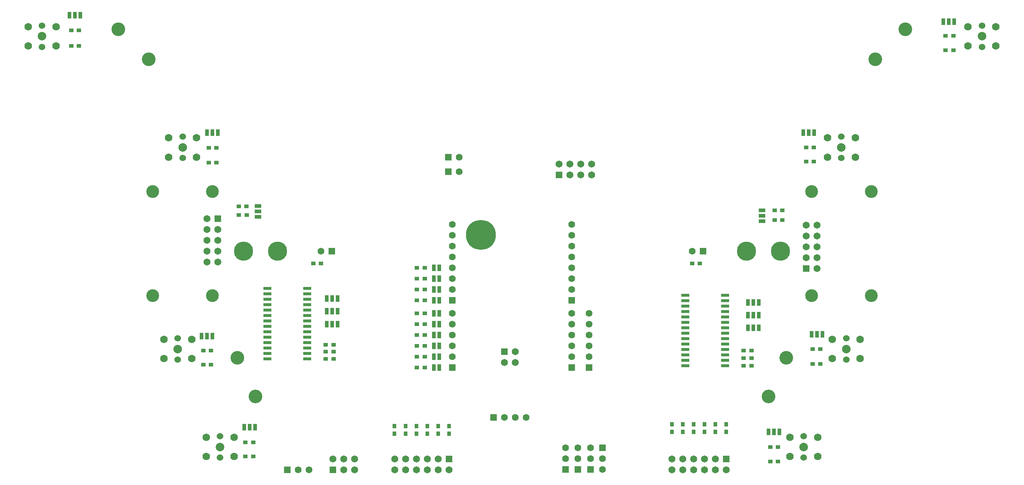
<source format=gts>
G04*
G04 #@! TF.GenerationSoftware,Altium Limited,Altium Designer,18.1.11 (251)*
G04*
G04 Layer_Color=8388736*
%FSLAX25Y25*%
%MOIN*%
G70*
G01*
G75*
%ADD15R,0.03543X0.06496*%
%ADD16R,0.06496X0.03543*%
%ADD17R,0.03937X0.03543*%
%ADD18R,0.03543X0.03937*%
%ADD19R,0.07284X0.02559*%
%ADD20C,0.27559*%
%ADD21C,0.06496*%
%ADD22R,0.06496X0.06496*%
%ADD23C,0.06299*%
%ADD24R,0.06299X0.06299*%
%ADD25R,0.06496X0.06496*%
%ADD26R,0.06299X0.06299*%
%ADD27C,0.07000*%
%ADD28C,0.06000*%
%ADD29C,0.17717*%
%ADD30C,0.11811*%
%ADD31C,0.12598*%
%ADD32C,0.07874*%
D15*
X415000Y250000D02*
D03*
X410000D02*
D03*
X704500Y228077D02*
D03*
X709500D02*
D03*
X699500D02*
D03*
X704500Y216288D02*
D03*
X709500D02*
D03*
X699500D02*
D03*
X704500Y204500D02*
D03*
X709500D02*
D03*
X699500D02*
D03*
X316500Y231640D02*
D03*
X321500D02*
D03*
X311500D02*
D03*
X316500Y219851D02*
D03*
X321500D02*
D03*
X311500D02*
D03*
X316500Y208063D02*
D03*
X321500D02*
D03*
X311500D02*
D03*
X415000Y260000D02*
D03*
X410000D02*
D03*
X415000Y240000D02*
D03*
X410000D02*
D03*
X415000Y188000D02*
D03*
X410000D02*
D03*
X415000Y218000D02*
D03*
X410000D02*
D03*
X415000Y198000D02*
D03*
X410000D02*
D03*
X415000Y208000D02*
D03*
X410000D02*
D03*
X415000Y178000D02*
D03*
X410000D02*
D03*
X415000Y168000D02*
D03*
X410000D02*
D03*
X889500Y487000D02*
D03*
X879500D02*
D03*
X884500D02*
D03*
X767912Y198500D02*
D03*
X757912D02*
D03*
X762912D02*
D03*
X211000Y384500D02*
D03*
X201000D02*
D03*
X206000D02*
D03*
Y197000D02*
D03*
X196000D02*
D03*
X201000D02*
D03*
X760500Y384500D02*
D03*
X750500D02*
D03*
X755500D02*
D03*
X728500Y108500D02*
D03*
X718500D02*
D03*
X723500D02*
D03*
X245500Y113000D02*
D03*
X235500D02*
D03*
X240500D02*
D03*
X84500Y493000D02*
D03*
X74500D02*
D03*
X79500D02*
D03*
X410000Y230000D02*
D03*
X415000D02*
D03*
D16*
X248000Y317000D02*
D03*
Y307000D02*
D03*
Y312000D02*
D03*
X712500Y313000D02*
D03*
Y303000D02*
D03*
Y308000D02*
D03*
D17*
X237500Y316500D02*
D03*
X230413D02*
D03*
X230457Y308500D02*
D03*
X237543D02*
D03*
X731043Y304000D02*
D03*
X723957D02*
D03*
Y313000D02*
D03*
X731043D02*
D03*
X394457Y240000D02*
D03*
X401543D02*
D03*
X394457Y178000D02*
D03*
X401543D02*
D03*
Y168000D02*
D03*
X394457D02*
D03*
X197545Y183500D02*
D03*
X204632D02*
D03*
X702543Y176500D02*
D03*
X695457D02*
D03*
X236457Y99000D02*
D03*
X243543D02*
D03*
X75957Y479000D02*
D03*
X83043D02*
D03*
X202545Y370500D02*
D03*
X209632D02*
D03*
X727043Y94500D02*
D03*
X719957D02*
D03*
X760043Y371000D02*
D03*
X752957D02*
D03*
X719957Y81293D02*
D03*
X727043D02*
D03*
X766043Y185000D02*
D03*
X758957D02*
D03*
X888543Y474000D02*
D03*
X881457D02*
D03*
X888543Y460707D02*
D03*
X881457D02*
D03*
X655043Y264000D02*
D03*
X647957D02*
D03*
X75957Y464707D02*
D03*
X83043D02*
D03*
X204632Y170617D02*
D03*
X197545D02*
D03*
X766043Y171117D02*
D03*
X758957D02*
D03*
X310457Y182500D02*
D03*
X317543D02*
D03*
X695457Y169500D02*
D03*
X702543D02*
D03*
X695457Y183500D02*
D03*
X702543D02*
D03*
X310457Y189000D02*
D03*
X317543D02*
D03*
X310457Y176000D02*
D03*
X317543D02*
D03*
X306043Y264000D02*
D03*
X298957D02*
D03*
X752957Y358095D02*
D03*
X760043D02*
D03*
X243543Y85793D02*
D03*
X236457D02*
D03*
X209632Y357000D02*
D03*
X202545D02*
D03*
X401543Y208000D02*
D03*
X394457D02*
D03*
X401543Y218000D02*
D03*
X394457D02*
D03*
X401543Y188000D02*
D03*
X394457D02*
D03*
X401543Y198000D02*
D03*
X394457D02*
D03*
X401543Y250000D02*
D03*
X394457D02*
D03*
X401543Y260000D02*
D03*
X394457D02*
D03*
X401543Y230000D02*
D03*
X394457D02*
D03*
D18*
X629500Y115543D02*
D03*
Y108457D02*
D03*
X649500Y115543D02*
D03*
Y108457D02*
D03*
X669500Y115543D02*
D03*
Y108457D02*
D03*
X384000Y106957D02*
D03*
Y114043D02*
D03*
X404000D02*
D03*
Y106957D02*
D03*
X424000Y114043D02*
D03*
Y106957D02*
D03*
X639500Y108457D02*
D03*
Y115543D02*
D03*
X679354Y108457D02*
D03*
Y115543D02*
D03*
X659500Y108457D02*
D03*
Y115543D02*
D03*
X414000Y106957D02*
D03*
Y114043D02*
D03*
X394000Y106957D02*
D03*
Y114043D02*
D03*
X373646Y106957D02*
D03*
Y114043D02*
D03*
D19*
X641594Y234500D02*
D03*
Y229500D02*
D03*
Y224500D02*
D03*
Y219500D02*
D03*
Y214500D02*
D03*
Y209500D02*
D03*
Y204500D02*
D03*
Y199500D02*
D03*
Y194500D02*
D03*
Y189500D02*
D03*
Y184500D02*
D03*
Y179500D02*
D03*
Y174500D02*
D03*
Y169500D02*
D03*
X678406D02*
D03*
Y174500D02*
D03*
Y179500D02*
D03*
Y184500D02*
D03*
Y189500D02*
D03*
Y194500D02*
D03*
Y199500D02*
D03*
Y204500D02*
D03*
Y209500D02*
D03*
Y214500D02*
D03*
Y219500D02*
D03*
Y224500D02*
D03*
Y229500D02*
D03*
Y234500D02*
D03*
X256594Y240819D02*
D03*
Y235819D02*
D03*
Y230819D02*
D03*
Y225819D02*
D03*
Y220819D02*
D03*
Y215819D02*
D03*
Y210819D02*
D03*
Y205819D02*
D03*
Y200819D02*
D03*
Y195819D02*
D03*
Y190819D02*
D03*
Y185819D02*
D03*
Y180819D02*
D03*
Y175819D02*
D03*
X293406D02*
D03*
Y180819D02*
D03*
Y185819D02*
D03*
Y190819D02*
D03*
Y195819D02*
D03*
Y200819D02*
D03*
Y205819D02*
D03*
Y210819D02*
D03*
Y215819D02*
D03*
Y220819D02*
D03*
Y225819D02*
D03*
Y230819D02*
D03*
Y235819D02*
D03*
Y240819D02*
D03*
D20*
X453500Y290252D02*
D03*
D21*
X629500Y73500D02*
D03*
Y83500D02*
D03*
X649500Y73500D02*
D03*
Y83500D02*
D03*
X659500Y73500D02*
D03*
Y83500D02*
D03*
X679500Y73500D02*
D03*
X669500Y83500D02*
D03*
Y73500D02*
D03*
X639500Y83500D02*
D03*
Y73500D02*
D03*
X374000D02*
D03*
Y83500D02*
D03*
X394000Y73500D02*
D03*
Y83500D02*
D03*
X404000Y73500D02*
D03*
Y83500D02*
D03*
X424000Y73500D02*
D03*
X414000Y83500D02*
D03*
Y73500D02*
D03*
X384000Y83500D02*
D03*
Y73500D02*
D03*
X484993Y172543D02*
D03*
X474993D02*
D03*
X484993Y182543D02*
D03*
X535500Y355500D02*
D03*
Y345500D02*
D03*
X525500Y355500D02*
D03*
X545500Y345500D02*
D03*
Y355500D02*
D03*
X555500Y345500D02*
D03*
Y355500D02*
D03*
X762912Y299421D02*
D03*
X752912D02*
D03*
X762912Y269421D02*
D03*
X752912D02*
D03*
X762912Y259421D02*
D03*
X752912Y279421D02*
D03*
X762912D02*
D03*
X752912Y289421D02*
D03*
X762912D02*
D03*
X201089Y265329D02*
D03*
X211089D02*
D03*
X201089Y295329D02*
D03*
X211089D02*
D03*
X201089Y305329D02*
D03*
X211089Y285329D02*
D03*
X201089D02*
D03*
X211089Y275329D02*
D03*
X201089D02*
D03*
X327000Y83500D02*
D03*
Y73500D02*
D03*
X317000Y83500D02*
D03*
X337000Y73500D02*
D03*
Y83500D02*
D03*
D22*
X679500D02*
D03*
X424000D02*
D03*
X525500Y345500D02*
D03*
X317000Y73500D02*
D03*
D23*
X495000Y122000D02*
D03*
X475000D02*
D03*
X485000D02*
D03*
X554212Y93821D02*
D03*
Y83821D02*
D03*
X542712Y93821D02*
D03*
Y83821D02*
D03*
X531212Y93821D02*
D03*
Y83821D02*
D03*
X433500Y348500D02*
D03*
Y362000D02*
D03*
X553000Y218000D02*
D03*
Y198000D02*
D03*
Y178000D02*
D03*
Y188000D02*
D03*
Y208000D02*
D03*
X537000Y300000D02*
D03*
Y280000D02*
D03*
Y260000D02*
D03*
Y240000D02*
D03*
Y250000D02*
D03*
Y270000D02*
D03*
Y290000D02*
D03*
X427000Y300000D02*
D03*
Y280000D02*
D03*
Y260000D02*
D03*
Y240000D02*
D03*
Y250000D02*
D03*
Y270000D02*
D03*
Y290000D02*
D03*
Y218000D02*
D03*
Y198000D02*
D03*
Y178000D02*
D03*
Y188000D02*
D03*
Y208000D02*
D03*
X537000Y218000D02*
D03*
Y198000D02*
D03*
Y178000D02*
D03*
Y188000D02*
D03*
Y208000D02*
D03*
X565212Y73799D02*
D03*
Y83799D02*
D03*
X295000Y73500D02*
D03*
X285000D02*
D03*
X306103Y275332D02*
D03*
X647897D02*
D03*
D24*
X465000Y122000D02*
D03*
X423500Y348500D02*
D03*
Y362000D02*
D03*
X275000Y73500D02*
D03*
X316103Y275332D02*
D03*
X657897D02*
D03*
D25*
X474993Y182543D02*
D03*
X752912Y259421D02*
D03*
X211089Y305329D02*
D03*
D26*
X554212Y73821D02*
D03*
X542712D02*
D03*
X531212D02*
D03*
X553000Y168000D02*
D03*
X537000Y230000D02*
D03*
X427000D02*
D03*
Y168000D02*
D03*
X537000D02*
D03*
X565212Y93799D02*
D03*
D27*
X763660Y85793D02*
D03*
X738069D02*
D03*
X763660Y103510D02*
D03*
X738069D02*
D03*
X225931Y85793D02*
D03*
X200340D02*
D03*
X225931Y103510D02*
D03*
X200340D02*
D03*
X802707Y176117D02*
D03*
X777116D02*
D03*
X802707Y193834D02*
D03*
X777116D02*
D03*
X186884Y176117D02*
D03*
X161294D02*
D03*
X186884Y193834D02*
D03*
X161294D02*
D03*
X798236Y362095D02*
D03*
X772646D02*
D03*
X798236Y379812D02*
D03*
X772646D02*
D03*
X191355Y362095D02*
D03*
X165764D02*
D03*
X191355Y379812D02*
D03*
X165764D02*
D03*
X927670Y464707D02*
D03*
X902079D02*
D03*
X927670Y482423D02*
D03*
X902079Y482423D02*
D03*
X61921Y464707D02*
D03*
X36330D02*
D03*
X61921Y482423D02*
D03*
X36330Y482423D02*
D03*
D28*
X750865Y84809D02*
D03*
Y104494D02*
D03*
X213136Y84809D02*
D03*
Y104494D02*
D03*
X789911Y175133D02*
D03*
Y194818D02*
D03*
X174089Y175133D02*
D03*
Y194818D02*
D03*
X785441Y361111D02*
D03*
Y380796D02*
D03*
X178559Y361111D02*
D03*
Y380796D02*
D03*
X914875Y463722D02*
D03*
Y483407D02*
D03*
X49126Y463722D02*
D03*
Y483407D02*
D03*
D29*
X697897Y275332D02*
D03*
X729393D02*
D03*
X234607D02*
D03*
X266103D02*
D03*
D30*
X757912Y330329D02*
D03*
X150971D02*
D03*
X206089Y234421D02*
D03*
X813030D02*
D03*
Y330329D02*
D03*
X206089D02*
D03*
X150971Y234421D02*
D03*
X757912D02*
D03*
D31*
X734859Y176815D02*
D03*
X816646Y452157D02*
D03*
X147354D02*
D03*
X229141Y176815D02*
D03*
X718221Y141134D02*
D03*
X844485Y479996D02*
D03*
X119516D02*
D03*
X245780Y141134D02*
D03*
D32*
X914875Y473565D02*
D03*
X213136Y94651D02*
D03*
X49126Y473565D02*
D03*
X750865Y94651D02*
D03*
X785441Y370954D02*
D03*
X174089Y184975D02*
D03*
X178559Y370954D02*
D03*
X789911Y184975D02*
D03*
M02*

</source>
